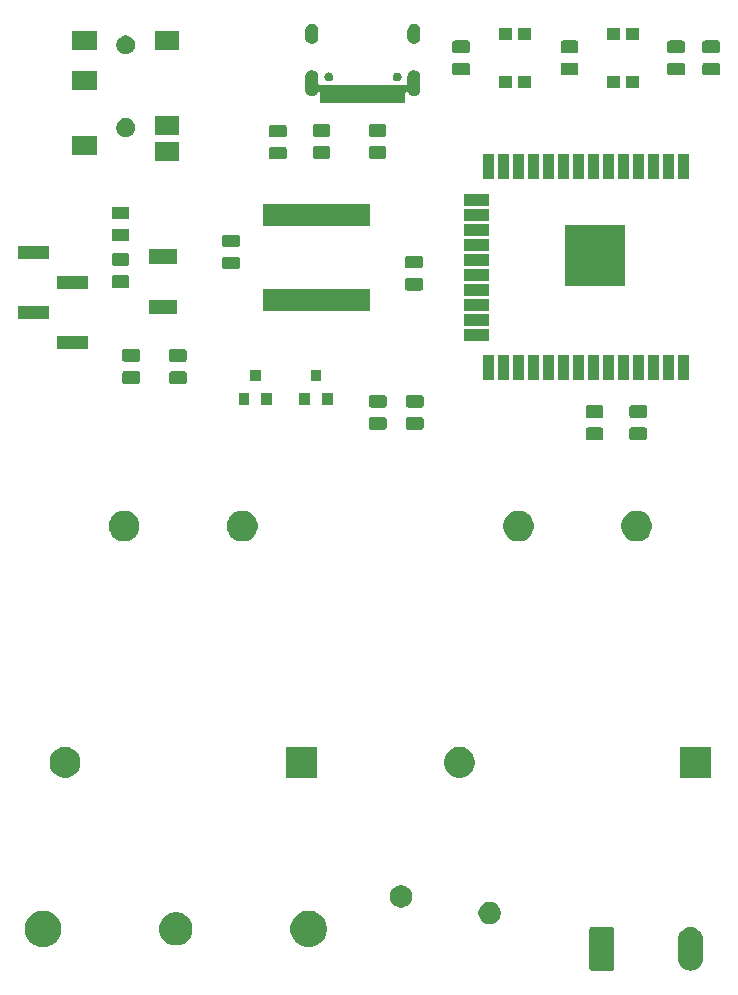
<source format=gbr>
G04 #@! TF.GenerationSoftware,KiCad,Pcbnew,(5.1.5)-3*
G04 #@! TF.CreationDate,2021-07-10T17:40:16+02:00*
G04 #@! TF.ProjectId,EnergyMonitor,456e6572-6779-44d6-9f6e-69746f722e6b,rev?*
G04 #@! TF.SameCoordinates,Original*
G04 #@! TF.FileFunction,Soldermask,Top*
G04 #@! TF.FilePolarity,Negative*
%FSLAX46Y46*%
G04 Gerber Fmt 4.6, Leading zero omitted, Abs format (unit mm)*
G04 Created by KiCad (PCBNEW (5.1.5)-3) date 2021-07-10 17:40:16*
%MOMM*%
%LPD*%
G04 APERTURE LIST*
%ADD10C,0.100000*%
G04 APERTURE END LIST*
D10*
G36*
X170758791Y-117589927D02*
G01*
X170956905Y-117650025D01*
X170956908Y-117650026D01*
X171011632Y-117679277D01*
X171139489Y-117747617D01*
X171299525Y-117878955D01*
X171430863Y-118038991D01*
X171430864Y-118038993D01*
X171528454Y-118221571D01*
X171528454Y-118221572D01*
X171528455Y-118221574D01*
X171588553Y-118419688D01*
X171603760Y-118574090D01*
X171603760Y-120277350D01*
X171588553Y-120431752D01*
X171528455Y-120629866D01*
X171528454Y-120629869D01*
X171476699Y-120726695D01*
X171430863Y-120812449D01*
X171299525Y-120972485D01*
X171139489Y-121103823D01*
X171070736Y-121140572D01*
X170956909Y-121201414D01*
X170956906Y-121201415D01*
X170758792Y-121261513D01*
X170552760Y-121281805D01*
X170346729Y-121261513D01*
X170148615Y-121201415D01*
X170148612Y-121201414D01*
X170034785Y-121140572D01*
X169966032Y-121103823D01*
X169805996Y-120972485D01*
X169674658Y-120812449D01*
X169640664Y-120748850D01*
X169577065Y-120629866D01*
X169516967Y-120431753D01*
X169501760Y-120277351D01*
X169501760Y-118574090D01*
X169511634Y-118473834D01*
X169516967Y-118419689D01*
X169577065Y-118221575D01*
X169577066Y-118221572D01*
X169616490Y-118147816D01*
X169674657Y-118038991D01*
X169805995Y-117878955D01*
X169966031Y-117747617D01*
X170093887Y-117679277D01*
X170148611Y-117650026D01*
X170148614Y-117650025D01*
X170346728Y-117589927D01*
X170552760Y-117569635D01*
X170758791Y-117589927D01*
G37*
G36*
X163967612Y-117578560D02*
G01*
X163999203Y-117588143D01*
X164028317Y-117603705D01*
X164053834Y-117624646D01*
X164074775Y-117650163D01*
X164090337Y-117679277D01*
X164099920Y-117710868D01*
X164103760Y-117749860D01*
X164103760Y-121101580D01*
X164099920Y-121140572D01*
X164090337Y-121172163D01*
X164074775Y-121201277D01*
X164053834Y-121226794D01*
X164028317Y-121247735D01*
X163999203Y-121263297D01*
X163967612Y-121272880D01*
X163928620Y-121276720D01*
X162176900Y-121276720D01*
X162137908Y-121272880D01*
X162106317Y-121263297D01*
X162077203Y-121247735D01*
X162051686Y-121226794D01*
X162030745Y-121201277D01*
X162015183Y-121172163D01*
X162005600Y-121140572D01*
X162001760Y-121101580D01*
X162001760Y-117749860D01*
X162005600Y-117710868D01*
X162015183Y-117679277D01*
X162030745Y-117650163D01*
X162051686Y-117624646D01*
X162077203Y-117603705D01*
X162106317Y-117588143D01*
X162137908Y-117578560D01*
X162176900Y-117574720D01*
X163928620Y-117574720D01*
X163967612Y-117578560D01*
G37*
G36*
X116034465Y-116217962D02*
G01*
X116184290Y-116247764D01*
X116466554Y-116364681D01*
X116720585Y-116534419D01*
X116936621Y-116750455D01*
X117106359Y-117004486D01*
X117223276Y-117286750D01*
X117282880Y-117586400D01*
X117282880Y-117891920D01*
X117223276Y-118191570D01*
X117106359Y-118473834D01*
X116936621Y-118727865D01*
X116720585Y-118943901D01*
X116466554Y-119113639D01*
X116184290Y-119230556D01*
X116034465Y-119260358D01*
X115884641Y-119290160D01*
X115579119Y-119290160D01*
X115429295Y-119260358D01*
X115279470Y-119230556D01*
X114997206Y-119113639D01*
X114743175Y-118943901D01*
X114527139Y-118727865D01*
X114357401Y-118473834D01*
X114240484Y-118191570D01*
X114180880Y-117891920D01*
X114180880Y-117586400D01*
X114240484Y-117286750D01*
X114357401Y-117004486D01*
X114527139Y-116750455D01*
X114743175Y-116534419D01*
X114997206Y-116364681D01*
X115279470Y-116247764D01*
X115429295Y-116217962D01*
X115579119Y-116188160D01*
X115884641Y-116188160D01*
X116034465Y-116217962D01*
G37*
G36*
X138534465Y-116217962D02*
G01*
X138684290Y-116247764D01*
X138966554Y-116364681D01*
X139220585Y-116534419D01*
X139436621Y-116750455D01*
X139606359Y-117004486D01*
X139723276Y-117286750D01*
X139782880Y-117586400D01*
X139782880Y-117891920D01*
X139723276Y-118191570D01*
X139606359Y-118473834D01*
X139436621Y-118727865D01*
X139220585Y-118943901D01*
X138966554Y-119113639D01*
X138684290Y-119230556D01*
X138534465Y-119260358D01*
X138384641Y-119290160D01*
X138079119Y-119290160D01*
X137929295Y-119260358D01*
X137779470Y-119230556D01*
X137497206Y-119113639D01*
X137243175Y-118943901D01*
X137027139Y-118727865D01*
X136857401Y-118473834D01*
X136740484Y-118191570D01*
X136680880Y-117891920D01*
X136680880Y-117586400D01*
X136740484Y-117286750D01*
X136857401Y-117004486D01*
X137027139Y-116750455D01*
X137243175Y-116534419D01*
X137497206Y-116364681D01*
X137779470Y-116247764D01*
X137929295Y-116217962D01*
X138079119Y-116188160D01*
X138384641Y-116188160D01*
X138534465Y-116217962D01*
G37*
G36*
X127300313Y-116374053D02*
G01*
X127390537Y-116391999D01*
X127496147Y-116435745D01*
X127645501Y-116497609D01*
X127721643Y-116548485D01*
X127874966Y-116650932D01*
X128070108Y-116846074D01*
X128172555Y-116999397D01*
X128223431Y-117075539D01*
X128247916Y-117134651D01*
X128320720Y-117310414D01*
X128329041Y-117330504D01*
X128382880Y-117601172D01*
X128382880Y-117877148D01*
X128379941Y-117891921D01*
X128329041Y-118147817D01*
X128298489Y-118221575D01*
X128223431Y-118402781D01*
X128223430Y-118402782D01*
X128070108Y-118632246D01*
X127874966Y-118827388D01*
X127721643Y-118929835D01*
X127645501Y-118980711D01*
X127496147Y-119042575D01*
X127390537Y-119086321D01*
X127300313Y-119104267D01*
X127119868Y-119140160D01*
X126843892Y-119140160D01*
X126663447Y-119104267D01*
X126573223Y-119086321D01*
X126467613Y-119042575D01*
X126318259Y-118980711D01*
X126242117Y-118929835D01*
X126088794Y-118827388D01*
X125893652Y-118632246D01*
X125740330Y-118402782D01*
X125740329Y-118402781D01*
X125665271Y-118221575D01*
X125634719Y-118147817D01*
X125583819Y-117891921D01*
X125580880Y-117877148D01*
X125580880Y-117601172D01*
X125634719Y-117330504D01*
X125643041Y-117310414D01*
X125715844Y-117134651D01*
X125740329Y-117075539D01*
X125791205Y-116999397D01*
X125893652Y-116846074D01*
X126088794Y-116650932D01*
X126242117Y-116548485D01*
X126318259Y-116497609D01*
X126467613Y-116435745D01*
X126573223Y-116391999D01*
X126663447Y-116374053D01*
X126843892Y-116338160D01*
X127119868Y-116338160D01*
X127300313Y-116374053D01*
G37*
G36*
X153827395Y-115481506D02*
G01*
X154000466Y-115553194D01*
X154000467Y-115553195D01*
X154156227Y-115657270D01*
X154288690Y-115789733D01*
X154288691Y-115789735D01*
X154392766Y-115945494D01*
X154464454Y-116118565D01*
X154501000Y-116302293D01*
X154501000Y-116489627D01*
X154464454Y-116673355D01*
X154392766Y-116846426D01*
X154392765Y-116846427D01*
X154288690Y-117002187D01*
X154156227Y-117134650D01*
X154077818Y-117187041D01*
X154000466Y-117238726D01*
X153827395Y-117310414D01*
X153643667Y-117346960D01*
X153456333Y-117346960D01*
X153272605Y-117310414D01*
X153099534Y-117238726D01*
X153022182Y-117187041D01*
X152943773Y-117134650D01*
X152811310Y-117002187D01*
X152707235Y-116846427D01*
X152707234Y-116846426D01*
X152635546Y-116673355D01*
X152599000Y-116489627D01*
X152599000Y-116302293D01*
X152635546Y-116118565D01*
X152707234Y-115945494D01*
X152811309Y-115789735D01*
X152811310Y-115789733D01*
X152943773Y-115657270D01*
X153099533Y-115553195D01*
X153099534Y-115553194D01*
X153272605Y-115481506D01*
X153456333Y-115444960D01*
X153643667Y-115444960D01*
X153827395Y-115481506D01*
G37*
G36*
X146327395Y-114081506D02*
G01*
X146500466Y-114153194D01*
X146500467Y-114153195D01*
X146656227Y-114257270D01*
X146788690Y-114389733D01*
X146788691Y-114389735D01*
X146892766Y-114545494D01*
X146964454Y-114718565D01*
X147001000Y-114902293D01*
X147001000Y-115089627D01*
X146964454Y-115273355D01*
X146892766Y-115446426D01*
X146841081Y-115523778D01*
X146788690Y-115602187D01*
X146656227Y-115734650D01*
X146577818Y-115787041D01*
X146500466Y-115838726D01*
X146327395Y-115910414D01*
X146143667Y-115946960D01*
X145956333Y-115946960D01*
X145772605Y-115910414D01*
X145599534Y-115838726D01*
X145522182Y-115787041D01*
X145443773Y-115734650D01*
X145311310Y-115602187D01*
X145258919Y-115523778D01*
X145207234Y-115446426D01*
X145135546Y-115273355D01*
X145099000Y-115089627D01*
X145099000Y-114902293D01*
X145135546Y-114718565D01*
X145207234Y-114545494D01*
X145311309Y-114389735D01*
X145311310Y-114389733D01*
X145443773Y-114257270D01*
X145599533Y-114153195D01*
X145599534Y-114153194D01*
X145772605Y-114081506D01*
X145956333Y-114044960D01*
X146143667Y-114044960D01*
X146327395Y-114081506D01*
G37*
G36*
X172301000Y-104933000D02*
G01*
X169699000Y-104933000D01*
X169699000Y-102331000D01*
X172301000Y-102331000D01*
X172301000Y-104933000D01*
G37*
G36*
X151379487Y-102380996D02*
G01*
X151616253Y-102479068D01*
X151616255Y-102479069D01*
X151829339Y-102621447D01*
X152010553Y-102802661D01*
X152152932Y-103015747D01*
X152251004Y-103252513D01*
X152301000Y-103503861D01*
X152301000Y-103760139D01*
X152251004Y-104011487D01*
X152152932Y-104248253D01*
X152152931Y-104248255D01*
X152010553Y-104461339D01*
X151829339Y-104642553D01*
X151616255Y-104784931D01*
X151616254Y-104784932D01*
X151616253Y-104784932D01*
X151379487Y-104883004D01*
X151128139Y-104933000D01*
X150871861Y-104933000D01*
X150620513Y-104883004D01*
X150383747Y-104784932D01*
X150383746Y-104784932D01*
X150383745Y-104784931D01*
X150170661Y-104642553D01*
X149989447Y-104461339D01*
X149847069Y-104248255D01*
X149847068Y-104248253D01*
X149748996Y-104011487D01*
X149699000Y-103760139D01*
X149699000Y-103503861D01*
X149748996Y-103252513D01*
X149847068Y-103015747D01*
X149989447Y-102802661D01*
X150170661Y-102621447D01*
X150383745Y-102479069D01*
X150383747Y-102479068D01*
X150620513Y-102380996D01*
X150871861Y-102331000D01*
X151128139Y-102331000D01*
X151379487Y-102380996D01*
G37*
G36*
X117979487Y-102380996D02*
G01*
X118216253Y-102479068D01*
X118216255Y-102479069D01*
X118429339Y-102621447D01*
X118610553Y-102802661D01*
X118752932Y-103015747D01*
X118851004Y-103252513D01*
X118901000Y-103503861D01*
X118901000Y-103760139D01*
X118851004Y-104011487D01*
X118752932Y-104248253D01*
X118752931Y-104248255D01*
X118610553Y-104461339D01*
X118429339Y-104642553D01*
X118216255Y-104784931D01*
X118216254Y-104784932D01*
X118216253Y-104784932D01*
X117979487Y-104883004D01*
X117728139Y-104933000D01*
X117471861Y-104933000D01*
X117220513Y-104883004D01*
X116983747Y-104784932D01*
X116983746Y-104784932D01*
X116983745Y-104784931D01*
X116770661Y-104642553D01*
X116589447Y-104461339D01*
X116447069Y-104248255D01*
X116447068Y-104248253D01*
X116348996Y-104011487D01*
X116299000Y-103760139D01*
X116299000Y-103503861D01*
X116348996Y-103252513D01*
X116447068Y-103015747D01*
X116589447Y-102802661D01*
X116770661Y-102621447D01*
X116983745Y-102479069D01*
X116983747Y-102479068D01*
X117220513Y-102380996D01*
X117471861Y-102331000D01*
X117728139Y-102331000D01*
X117979487Y-102380996D01*
G37*
G36*
X138901000Y-104933000D02*
G01*
X136299000Y-104933000D01*
X136299000Y-102331000D01*
X138901000Y-102331000D01*
X138901000Y-104933000D01*
G37*
G36*
X132979487Y-82380996D02*
G01*
X133216253Y-82479068D01*
X133216255Y-82479069D01*
X133429339Y-82621447D01*
X133610553Y-82802661D01*
X133752932Y-83015747D01*
X133851004Y-83252513D01*
X133901000Y-83503861D01*
X133901000Y-83760139D01*
X133851004Y-84011487D01*
X133752932Y-84248253D01*
X133752931Y-84248255D01*
X133610553Y-84461339D01*
X133429339Y-84642553D01*
X133216255Y-84784931D01*
X133216254Y-84784932D01*
X133216253Y-84784932D01*
X132979487Y-84883004D01*
X132728139Y-84933000D01*
X132471861Y-84933000D01*
X132220513Y-84883004D01*
X131983747Y-84784932D01*
X131983746Y-84784932D01*
X131983745Y-84784931D01*
X131770661Y-84642553D01*
X131589447Y-84461339D01*
X131447069Y-84248255D01*
X131447068Y-84248253D01*
X131348996Y-84011487D01*
X131299000Y-83760139D01*
X131299000Y-83503861D01*
X131348996Y-83252513D01*
X131447068Y-83015747D01*
X131589447Y-82802661D01*
X131770661Y-82621447D01*
X131983745Y-82479069D01*
X131983747Y-82479068D01*
X132220513Y-82380996D01*
X132471861Y-82331000D01*
X132728139Y-82331000D01*
X132979487Y-82380996D01*
G37*
G36*
X122979487Y-82380996D02*
G01*
X123216253Y-82479068D01*
X123216255Y-82479069D01*
X123429339Y-82621447D01*
X123610553Y-82802661D01*
X123752932Y-83015747D01*
X123851004Y-83252513D01*
X123901000Y-83503861D01*
X123901000Y-83760139D01*
X123851004Y-84011487D01*
X123752932Y-84248253D01*
X123752931Y-84248255D01*
X123610553Y-84461339D01*
X123429339Y-84642553D01*
X123216255Y-84784931D01*
X123216254Y-84784932D01*
X123216253Y-84784932D01*
X122979487Y-84883004D01*
X122728139Y-84933000D01*
X122471861Y-84933000D01*
X122220513Y-84883004D01*
X121983747Y-84784932D01*
X121983746Y-84784932D01*
X121983745Y-84784931D01*
X121770661Y-84642553D01*
X121589447Y-84461339D01*
X121447069Y-84248255D01*
X121447068Y-84248253D01*
X121348996Y-84011487D01*
X121299000Y-83760139D01*
X121299000Y-83503861D01*
X121348996Y-83252513D01*
X121447068Y-83015747D01*
X121589447Y-82802661D01*
X121770661Y-82621447D01*
X121983745Y-82479069D01*
X121983747Y-82479068D01*
X122220513Y-82380996D01*
X122471861Y-82331000D01*
X122728139Y-82331000D01*
X122979487Y-82380996D01*
G37*
G36*
X166379487Y-82380996D02*
G01*
X166616253Y-82479068D01*
X166616255Y-82479069D01*
X166829339Y-82621447D01*
X167010553Y-82802661D01*
X167152932Y-83015747D01*
X167251004Y-83252513D01*
X167301000Y-83503861D01*
X167301000Y-83760139D01*
X167251004Y-84011487D01*
X167152932Y-84248253D01*
X167152931Y-84248255D01*
X167010553Y-84461339D01*
X166829339Y-84642553D01*
X166616255Y-84784931D01*
X166616254Y-84784932D01*
X166616253Y-84784932D01*
X166379487Y-84883004D01*
X166128139Y-84933000D01*
X165871861Y-84933000D01*
X165620513Y-84883004D01*
X165383747Y-84784932D01*
X165383746Y-84784932D01*
X165383745Y-84784931D01*
X165170661Y-84642553D01*
X164989447Y-84461339D01*
X164847069Y-84248255D01*
X164847068Y-84248253D01*
X164748996Y-84011487D01*
X164699000Y-83760139D01*
X164699000Y-83503861D01*
X164748996Y-83252513D01*
X164847068Y-83015747D01*
X164989447Y-82802661D01*
X165170661Y-82621447D01*
X165383745Y-82479069D01*
X165383747Y-82479068D01*
X165620513Y-82380996D01*
X165871861Y-82331000D01*
X166128139Y-82331000D01*
X166379487Y-82380996D01*
G37*
G36*
X156379487Y-82380996D02*
G01*
X156616253Y-82479068D01*
X156616255Y-82479069D01*
X156829339Y-82621447D01*
X157010553Y-82802661D01*
X157152932Y-83015747D01*
X157251004Y-83252513D01*
X157301000Y-83503861D01*
X157301000Y-83760139D01*
X157251004Y-84011487D01*
X157152932Y-84248253D01*
X157152931Y-84248255D01*
X157010553Y-84461339D01*
X156829339Y-84642553D01*
X156616255Y-84784931D01*
X156616254Y-84784932D01*
X156616253Y-84784932D01*
X156379487Y-84883004D01*
X156128139Y-84933000D01*
X155871861Y-84933000D01*
X155620513Y-84883004D01*
X155383747Y-84784932D01*
X155383746Y-84784932D01*
X155383745Y-84784931D01*
X155170661Y-84642553D01*
X154989447Y-84461339D01*
X154847069Y-84248255D01*
X154847068Y-84248253D01*
X154748996Y-84011487D01*
X154699000Y-83760139D01*
X154699000Y-83503861D01*
X154748996Y-83252513D01*
X154847068Y-83015747D01*
X154989447Y-82802661D01*
X155170661Y-82621447D01*
X155383745Y-82479069D01*
X155383747Y-82479068D01*
X155620513Y-82380996D01*
X155871861Y-82331000D01*
X156128139Y-82331000D01*
X156379487Y-82380996D01*
G37*
G36*
X166715708Y-75282765D02*
G01*
X166754378Y-75294496D01*
X166790017Y-75313546D01*
X166821257Y-75339183D01*
X166846894Y-75370423D01*
X166865944Y-75406062D01*
X166877675Y-75444732D01*
X166882240Y-75491088D01*
X166882240Y-76142312D01*
X166877675Y-76188668D01*
X166865944Y-76227338D01*
X166846894Y-76262977D01*
X166821257Y-76294217D01*
X166790017Y-76319854D01*
X166754378Y-76338904D01*
X166715708Y-76350635D01*
X166669352Y-76355200D01*
X165593128Y-76355200D01*
X165546772Y-76350635D01*
X165508102Y-76338904D01*
X165472463Y-76319854D01*
X165441223Y-76294217D01*
X165415586Y-76262977D01*
X165396536Y-76227338D01*
X165384805Y-76188668D01*
X165380240Y-76142312D01*
X165380240Y-75491088D01*
X165384805Y-75444732D01*
X165396536Y-75406062D01*
X165415586Y-75370423D01*
X165441223Y-75339183D01*
X165472463Y-75313546D01*
X165508102Y-75294496D01*
X165546772Y-75282765D01*
X165593128Y-75278200D01*
X166669352Y-75278200D01*
X166715708Y-75282765D01*
G37*
G36*
X163007308Y-75282765D02*
G01*
X163045978Y-75294496D01*
X163081617Y-75313546D01*
X163112857Y-75339183D01*
X163138494Y-75370423D01*
X163157544Y-75406062D01*
X163169275Y-75444732D01*
X163173840Y-75491088D01*
X163173840Y-76142312D01*
X163169275Y-76188668D01*
X163157544Y-76227338D01*
X163138494Y-76262977D01*
X163112857Y-76294217D01*
X163081617Y-76319854D01*
X163045978Y-76338904D01*
X163007308Y-76350635D01*
X162960952Y-76355200D01*
X161884728Y-76355200D01*
X161838372Y-76350635D01*
X161799702Y-76338904D01*
X161764063Y-76319854D01*
X161732823Y-76294217D01*
X161707186Y-76262977D01*
X161688136Y-76227338D01*
X161676405Y-76188668D01*
X161671840Y-76142312D01*
X161671840Y-75491088D01*
X161676405Y-75444732D01*
X161688136Y-75406062D01*
X161707186Y-75370423D01*
X161732823Y-75339183D01*
X161764063Y-75313546D01*
X161799702Y-75294496D01*
X161838372Y-75282765D01*
X161884728Y-75278200D01*
X162960952Y-75278200D01*
X163007308Y-75282765D01*
G37*
G36*
X147787628Y-74403925D02*
G01*
X147826298Y-74415656D01*
X147861937Y-74434706D01*
X147893177Y-74460343D01*
X147918814Y-74491583D01*
X147937864Y-74527222D01*
X147949595Y-74565892D01*
X147954160Y-74612248D01*
X147954160Y-75263472D01*
X147949595Y-75309828D01*
X147937864Y-75348498D01*
X147918814Y-75384137D01*
X147893177Y-75415377D01*
X147861937Y-75441014D01*
X147826298Y-75460064D01*
X147787628Y-75471795D01*
X147741272Y-75476360D01*
X146665048Y-75476360D01*
X146618692Y-75471795D01*
X146580022Y-75460064D01*
X146544383Y-75441014D01*
X146513143Y-75415377D01*
X146487506Y-75384137D01*
X146468456Y-75348498D01*
X146456725Y-75309828D01*
X146452160Y-75263472D01*
X146452160Y-74612248D01*
X146456725Y-74565892D01*
X146468456Y-74527222D01*
X146487506Y-74491583D01*
X146513143Y-74460343D01*
X146544383Y-74434706D01*
X146580022Y-74415656D01*
X146618692Y-74403925D01*
X146665048Y-74399360D01*
X147741272Y-74399360D01*
X147787628Y-74403925D01*
G37*
G36*
X144653268Y-74403925D02*
G01*
X144691938Y-74415656D01*
X144727577Y-74434706D01*
X144758817Y-74460343D01*
X144784454Y-74491583D01*
X144803504Y-74527222D01*
X144815235Y-74565892D01*
X144819800Y-74612248D01*
X144819800Y-75263472D01*
X144815235Y-75309828D01*
X144803504Y-75348498D01*
X144784454Y-75384137D01*
X144758817Y-75415377D01*
X144727577Y-75441014D01*
X144691938Y-75460064D01*
X144653268Y-75471795D01*
X144606912Y-75476360D01*
X143530688Y-75476360D01*
X143484332Y-75471795D01*
X143445662Y-75460064D01*
X143410023Y-75441014D01*
X143378783Y-75415377D01*
X143353146Y-75384137D01*
X143334096Y-75348498D01*
X143322365Y-75309828D01*
X143317800Y-75263472D01*
X143317800Y-74612248D01*
X143322365Y-74565892D01*
X143334096Y-74527222D01*
X143353146Y-74491583D01*
X143378783Y-74460343D01*
X143410023Y-74434706D01*
X143445662Y-74415656D01*
X143484332Y-74403925D01*
X143530688Y-74399360D01*
X144606912Y-74399360D01*
X144653268Y-74403925D01*
G37*
G36*
X166715708Y-73407765D02*
G01*
X166754378Y-73419496D01*
X166790017Y-73438546D01*
X166821257Y-73464183D01*
X166846894Y-73495423D01*
X166865944Y-73531062D01*
X166877675Y-73569732D01*
X166882240Y-73616088D01*
X166882240Y-74267312D01*
X166877675Y-74313668D01*
X166865944Y-74352338D01*
X166846894Y-74387977D01*
X166821257Y-74419217D01*
X166790017Y-74444854D01*
X166754378Y-74463904D01*
X166715708Y-74475635D01*
X166669352Y-74480200D01*
X165593128Y-74480200D01*
X165546772Y-74475635D01*
X165508102Y-74463904D01*
X165472463Y-74444854D01*
X165441223Y-74419217D01*
X165415586Y-74387977D01*
X165396536Y-74352338D01*
X165384805Y-74313668D01*
X165380240Y-74267312D01*
X165380240Y-73616088D01*
X165384805Y-73569732D01*
X165396536Y-73531062D01*
X165415586Y-73495423D01*
X165441223Y-73464183D01*
X165472463Y-73438546D01*
X165508102Y-73419496D01*
X165546772Y-73407765D01*
X165593128Y-73403200D01*
X166669352Y-73403200D01*
X166715708Y-73407765D01*
G37*
G36*
X163007308Y-73407765D02*
G01*
X163045978Y-73419496D01*
X163081617Y-73438546D01*
X163112857Y-73464183D01*
X163138494Y-73495423D01*
X163157544Y-73531062D01*
X163169275Y-73569732D01*
X163173840Y-73616088D01*
X163173840Y-74267312D01*
X163169275Y-74313668D01*
X163157544Y-74352338D01*
X163138494Y-74387977D01*
X163112857Y-74419217D01*
X163081617Y-74444854D01*
X163045978Y-74463904D01*
X163007308Y-74475635D01*
X162960952Y-74480200D01*
X161884728Y-74480200D01*
X161838372Y-74475635D01*
X161799702Y-74463904D01*
X161764063Y-74444854D01*
X161732823Y-74419217D01*
X161707186Y-74387977D01*
X161688136Y-74352338D01*
X161676405Y-74313668D01*
X161671840Y-74267312D01*
X161671840Y-73616088D01*
X161676405Y-73569732D01*
X161688136Y-73531062D01*
X161707186Y-73495423D01*
X161732823Y-73464183D01*
X161764063Y-73438546D01*
X161799702Y-73419496D01*
X161838372Y-73407765D01*
X161884728Y-73403200D01*
X162960952Y-73403200D01*
X163007308Y-73407765D01*
G37*
G36*
X147787628Y-72528925D02*
G01*
X147826298Y-72540656D01*
X147861937Y-72559706D01*
X147893177Y-72585343D01*
X147918814Y-72616583D01*
X147937864Y-72652222D01*
X147949595Y-72690892D01*
X147954160Y-72737248D01*
X147954160Y-73388472D01*
X147949595Y-73434828D01*
X147937864Y-73473498D01*
X147918814Y-73509137D01*
X147893177Y-73540377D01*
X147861937Y-73566014D01*
X147826298Y-73585064D01*
X147787628Y-73596795D01*
X147741272Y-73601360D01*
X146665048Y-73601360D01*
X146618692Y-73596795D01*
X146580022Y-73585064D01*
X146544383Y-73566014D01*
X146513143Y-73540377D01*
X146487506Y-73509137D01*
X146468456Y-73473498D01*
X146456725Y-73434828D01*
X146452160Y-73388472D01*
X146452160Y-72737248D01*
X146456725Y-72690892D01*
X146468456Y-72652222D01*
X146487506Y-72616583D01*
X146513143Y-72585343D01*
X146544383Y-72559706D01*
X146580022Y-72540656D01*
X146618692Y-72528925D01*
X146665048Y-72524360D01*
X147741272Y-72524360D01*
X147787628Y-72528925D01*
G37*
G36*
X144653268Y-72528925D02*
G01*
X144691938Y-72540656D01*
X144727577Y-72559706D01*
X144758817Y-72585343D01*
X144784454Y-72616583D01*
X144803504Y-72652222D01*
X144815235Y-72690892D01*
X144819800Y-72737248D01*
X144819800Y-73388472D01*
X144815235Y-73434828D01*
X144803504Y-73473498D01*
X144784454Y-73509137D01*
X144758817Y-73540377D01*
X144727577Y-73566014D01*
X144691938Y-73585064D01*
X144653268Y-73596795D01*
X144606912Y-73601360D01*
X143530688Y-73601360D01*
X143484332Y-73596795D01*
X143445662Y-73585064D01*
X143410023Y-73566014D01*
X143378783Y-73540377D01*
X143353146Y-73509137D01*
X143334096Y-73473498D01*
X143322365Y-73434828D01*
X143317800Y-73388472D01*
X143317800Y-72737248D01*
X143322365Y-72690892D01*
X143334096Y-72652222D01*
X143353146Y-72616583D01*
X143378783Y-72585343D01*
X143410023Y-72559706D01*
X143445662Y-72540656D01*
X143484332Y-72528925D01*
X143530688Y-72524360D01*
X144606912Y-72524360D01*
X144653268Y-72528925D01*
G37*
G36*
X133211680Y-73393160D02*
G01*
X132309680Y-73393160D01*
X132309680Y-72391160D01*
X133211680Y-72391160D01*
X133211680Y-73393160D01*
G37*
G36*
X135111680Y-73393160D02*
G01*
X134209680Y-73393160D01*
X134209680Y-72391160D01*
X135111680Y-72391160D01*
X135111680Y-73393160D01*
G37*
G36*
X138347560Y-73393160D02*
G01*
X137445560Y-73393160D01*
X137445560Y-72391160D01*
X138347560Y-72391160D01*
X138347560Y-73393160D01*
G37*
G36*
X140247560Y-73393160D02*
G01*
X139345560Y-73393160D01*
X139345560Y-72391160D01*
X140247560Y-72391160D01*
X140247560Y-73393160D01*
G37*
G36*
X127721628Y-70548205D02*
G01*
X127760298Y-70559936D01*
X127795937Y-70578986D01*
X127827177Y-70604623D01*
X127852814Y-70635863D01*
X127871864Y-70671502D01*
X127883595Y-70710172D01*
X127888160Y-70756528D01*
X127888160Y-71407752D01*
X127883595Y-71454108D01*
X127871864Y-71492778D01*
X127852814Y-71528417D01*
X127827177Y-71559657D01*
X127795937Y-71585294D01*
X127760298Y-71604344D01*
X127721628Y-71616075D01*
X127675272Y-71620640D01*
X126599048Y-71620640D01*
X126552692Y-71616075D01*
X126514022Y-71604344D01*
X126478383Y-71585294D01*
X126447143Y-71559657D01*
X126421506Y-71528417D01*
X126402456Y-71492778D01*
X126390725Y-71454108D01*
X126386160Y-71407752D01*
X126386160Y-70756528D01*
X126390725Y-70710172D01*
X126402456Y-70671502D01*
X126421506Y-70635863D01*
X126447143Y-70604623D01*
X126478383Y-70578986D01*
X126514022Y-70559936D01*
X126552692Y-70548205D01*
X126599048Y-70543640D01*
X127675272Y-70543640D01*
X127721628Y-70548205D01*
G37*
G36*
X123779548Y-70514945D02*
G01*
X123818218Y-70526676D01*
X123853857Y-70545726D01*
X123885097Y-70571363D01*
X123910734Y-70602603D01*
X123929784Y-70638242D01*
X123941515Y-70676912D01*
X123946080Y-70723268D01*
X123946080Y-71374492D01*
X123941515Y-71420848D01*
X123929784Y-71459518D01*
X123910734Y-71495157D01*
X123885097Y-71526397D01*
X123853857Y-71552034D01*
X123818218Y-71571084D01*
X123779548Y-71582815D01*
X123733192Y-71587380D01*
X122656968Y-71587380D01*
X122610612Y-71582815D01*
X122571942Y-71571084D01*
X122536303Y-71552034D01*
X122505063Y-71526397D01*
X122479426Y-71495157D01*
X122460376Y-71459518D01*
X122448645Y-71420848D01*
X122444080Y-71374492D01*
X122444080Y-70723268D01*
X122448645Y-70676912D01*
X122460376Y-70638242D01*
X122479426Y-70602603D01*
X122505063Y-70571363D01*
X122536303Y-70545726D01*
X122571942Y-70526676D01*
X122610612Y-70514945D01*
X122656968Y-70510380D01*
X123733192Y-70510380D01*
X123779548Y-70514945D01*
G37*
G36*
X134161680Y-71393160D02*
G01*
X133259680Y-71393160D01*
X133259680Y-70391160D01*
X134161680Y-70391160D01*
X134161680Y-71393160D01*
G37*
G36*
X139297560Y-71393160D02*
G01*
X138395560Y-71393160D01*
X138395560Y-70391160D01*
X139297560Y-70391160D01*
X139297560Y-71393160D01*
G37*
G36*
X166652560Y-71273000D02*
G01*
X165650560Y-71273000D01*
X165650560Y-69171000D01*
X166652560Y-69171000D01*
X166652560Y-71273000D01*
G37*
G36*
X165382560Y-71273000D02*
G01*
X164380560Y-71273000D01*
X164380560Y-69171000D01*
X165382560Y-69171000D01*
X165382560Y-71273000D01*
G37*
G36*
X157762560Y-71273000D02*
G01*
X156760560Y-71273000D01*
X156760560Y-69171000D01*
X157762560Y-69171000D01*
X157762560Y-71273000D01*
G37*
G36*
X164112560Y-71273000D02*
G01*
X163110560Y-71273000D01*
X163110560Y-69171000D01*
X164112560Y-69171000D01*
X164112560Y-71273000D01*
G37*
G36*
X162842560Y-71273000D02*
G01*
X161840560Y-71273000D01*
X161840560Y-69171000D01*
X162842560Y-69171000D01*
X162842560Y-71273000D01*
G37*
G36*
X161572560Y-71273000D02*
G01*
X160570560Y-71273000D01*
X160570560Y-69171000D01*
X161572560Y-69171000D01*
X161572560Y-71273000D01*
G37*
G36*
X160302560Y-71273000D02*
G01*
X159300560Y-71273000D01*
X159300560Y-69171000D01*
X160302560Y-69171000D01*
X160302560Y-71273000D01*
G37*
G36*
X156492560Y-71273000D02*
G01*
X155490560Y-71273000D01*
X155490560Y-69171000D01*
X156492560Y-69171000D01*
X156492560Y-71273000D01*
G37*
G36*
X155222560Y-71273000D02*
G01*
X154220560Y-71273000D01*
X154220560Y-69171000D01*
X155222560Y-69171000D01*
X155222560Y-71273000D01*
G37*
G36*
X153952560Y-71273000D02*
G01*
X152950560Y-71273000D01*
X152950560Y-69171000D01*
X153952560Y-69171000D01*
X153952560Y-71273000D01*
G37*
G36*
X167922560Y-71273000D02*
G01*
X166920560Y-71273000D01*
X166920560Y-69171000D01*
X167922560Y-69171000D01*
X167922560Y-71273000D01*
G37*
G36*
X170462560Y-71273000D02*
G01*
X169460560Y-71273000D01*
X169460560Y-69171000D01*
X170462560Y-69171000D01*
X170462560Y-71273000D01*
G37*
G36*
X169192560Y-71273000D02*
G01*
X168190560Y-71273000D01*
X168190560Y-69171000D01*
X169192560Y-69171000D01*
X169192560Y-71273000D01*
G37*
G36*
X159032560Y-71273000D02*
G01*
X158030560Y-71273000D01*
X158030560Y-69171000D01*
X159032560Y-69171000D01*
X159032560Y-71273000D01*
G37*
G36*
X127721628Y-68673205D02*
G01*
X127760298Y-68684936D01*
X127795937Y-68703986D01*
X127827177Y-68729623D01*
X127852814Y-68760863D01*
X127871864Y-68796502D01*
X127883595Y-68835172D01*
X127888160Y-68881528D01*
X127888160Y-69532752D01*
X127883595Y-69579108D01*
X127871864Y-69617778D01*
X127852814Y-69653417D01*
X127827177Y-69684657D01*
X127795937Y-69710294D01*
X127760298Y-69729344D01*
X127721628Y-69741075D01*
X127675272Y-69745640D01*
X126599048Y-69745640D01*
X126552692Y-69741075D01*
X126514022Y-69729344D01*
X126478383Y-69710294D01*
X126447143Y-69684657D01*
X126421506Y-69653417D01*
X126402456Y-69617778D01*
X126390725Y-69579108D01*
X126386160Y-69532752D01*
X126386160Y-68881528D01*
X126390725Y-68835172D01*
X126402456Y-68796502D01*
X126421506Y-68760863D01*
X126447143Y-68729623D01*
X126478383Y-68703986D01*
X126514022Y-68684936D01*
X126552692Y-68673205D01*
X126599048Y-68668640D01*
X127675272Y-68668640D01*
X127721628Y-68673205D01*
G37*
G36*
X123779548Y-68639945D02*
G01*
X123818218Y-68651676D01*
X123853857Y-68670726D01*
X123885097Y-68696363D01*
X123910734Y-68727603D01*
X123929784Y-68763242D01*
X123941515Y-68801912D01*
X123946080Y-68848268D01*
X123946080Y-69499492D01*
X123941515Y-69545848D01*
X123929784Y-69584518D01*
X123910734Y-69620157D01*
X123885097Y-69651397D01*
X123853857Y-69677034D01*
X123818218Y-69696084D01*
X123779548Y-69707815D01*
X123733192Y-69712380D01*
X122656968Y-69712380D01*
X122610612Y-69707815D01*
X122571942Y-69696084D01*
X122536303Y-69677034D01*
X122505063Y-69651397D01*
X122479426Y-69620157D01*
X122460376Y-69584518D01*
X122448645Y-69545848D01*
X122444080Y-69499492D01*
X122444080Y-68848268D01*
X122448645Y-68801912D01*
X122460376Y-68763242D01*
X122479426Y-68727603D01*
X122505063Y-68696363D01*
X122536303Y-68670726D01*
X122571942Y-68651676D01*
X122610612Y-68639945D01*
X122656968Y-68635380D01*
X123733192Y-68635380D01*
X123779548Y-68639945D01*
G37*
G36*
X119552080Y-68653480D02*
G01*
X116940080Y-68653480D01*
X116940080Y-67551480D01*
X119552080Y-67551480D01*
X119552080Y-68653480D01*
G37*
G36*
X153502560Y-67938000D02*
G01*
X151400560Y-67938000D01*
X151400560Y-66936000D01*
X153502560Y-66936000D01*
X153502560Y-67938000D01*
G37*
G36*
X153502560Y-66668000D02*
G01*
X151400560Y-66668000D01*
X151400560Y-65666000D01*
X153502560Y-65666000D01*
X153502560Y-66668000D01*
G37*
G36*
X116242080Y-66113480D02*
G01*
X113630080Y-66113480D01*
X113630080Y-65011480D01*
X116242080Y-65011480D01*
X116242080Y-66113480D01*
G37*
G36*
X127083800Y-65717600D02*
G01*
X124731800Y-65717600D01*
X124731800Y-64515600D01*
X127083800Y-64515600D01*
X127083800Y-65717600D01*
G37*
G36*
X143398360Y-65404720D02*
G01*
X134396360Y-65404720D01*
X134396360Y-63552720D01*
X143398360Y-63552720D01*
X143398360Y-65404720D01*
G37*
G36*
X153502560Y-65398000D02*
G01*
X151400560Y-65398000D01*
X151400560Y-64396000D01*
X153502560Y-64396000D01*
X153502560Y-65398000D01*
G37*
G36*
X153502560Y-64128000D02*
G01*
X151400560Y-64128000D01*
X151400560Y-63126000D01*
X153502560Y-63126000D01*
X153502560Y-64128000D01*
G37*
G36*
X147716508Y-62628485D02*
G01*
X147755178Y-62640216D01*
X147790817Y-62659266D01*
X147822057Y-62684903D01*
X147847694Y-62716143D01*
X147866744Y-62751782D01*
X147878475Y-62790452D01*
X147883040Y-62836808D01*
X147883040Y-63488032D01*
X147878475Y-63534388D01*
X147866744Y-63573058D01*
X147847694Y-63608697D01*
X147822057Y-63639937D01*
X147790817Y-63665574D01*
X147755178Y-63684624D01*
X147716508Y-63696355D01*
X147670152Y-63700920D01*
X146593928Y-63700920D01*
X146547572Y-63696355D01*
X146508902Y-63684624D01*
X146473263Y-63665574D01*
X146442023Y-63639937D01*
X146416386Y-63608697D01*
X146397336Y-63573058D01*
X146385605Y-63534388D01*
X146381040Y-63488032D01*
X146381040Y-62836808D01*
X146385605Y-62790452D01*
X146397336Y-62751782D01*
X146416386Y-62716143D01*
X146442023Y-62684903D01*
X146473263Y-62659266D01*
X146508902Y-62640216D01*
X146547572Y-62628485D01*
X146593928Y-62623920D01*
X147670152Y-62623920D01*
X147716508Y-62628485D01*
G37*
G36*
X119552080Y-63573480D02*
G01*
X116940080Y-63573480D01*
X116940080Y-62471480D01*
X119552080Y-62471480D01*
X119552080Y-63573480D01*
G37*
G36*
X122885468Y-62403565D02*
G01*
X122924138Y-62415296D01*
X122959777Y-62434346D01*
X122991017Y-62459983D01*
X123016654Y-62491223D01*
X123035704Y-62526862D01*
X123047435Y-62565532D01*
X123052000Y-62611888D01*
X123052000Y-63263112D01*
X123047435Y-63309468D01*
X123035704Y-63348138D01*
X123016654Y-63383777D01*
X122991017Y-63415017D01*
X122959777Y-63440654D01*
X122924138Y-63459704D01*
X122885468Y-63471435D01*
X122839112Y-63476000D01*
X121762888Y-63476000D01*
X121716532Y-63471435D01*
X121677862Y-63459704D01*
X121642223Y-63440654D01*
X121610983Y-63415017D01*
X121585346Y-63383777D01*
X121566296Y-63348138D01*
X121554565Y-63309468D01*
X121550000Y-63263112D01*
X121550000Y-62611888D01*
X121554565Y-62565532D01*
X121566296Y-62526862D01*
X121585346Y-62491223D01*
X121610983Y-62459983D01*
X121642223Y-62434346D01*
X121677862Y-62415296D01*
X121716532Y-62403565D01*
X121762888Y-62399000D01*
X122839112Y-62399000D01*
X122885468Y-62403565D01*
G37*
G36*
X165012560Y-63273000D02*
G01*
X159910560Y-63273000D01*
X159910560Y-58171000D01*
X165012560Y-58171000D01*
X165012560Y-63273000D01*
G37*
G36*
X153502560Y-62858000D02*
G01*
X151400560Y-62858000D01*
X151400560Y-61856000D01*
X153502560Y-61856000D01*
X153502560Y-62858000D01*
G37*
G36*
X132232668Y-60840325D02*
G01*
X132271338Y-60852056D01*
X132306977Y-60871106D01*
X132338217Y-60896743D01*
X132363854Y-60927983D01*
X132382904Y-60963622D01*
X132394635Y-61002292D01*
X132399200Y-61048648D01*
X132399200Y-61699872D01*
X132394635Y-61746228D01*
X132382904Y-61784898D01*
X132363854Y-61820537D01*
X132338217Y-61851777D01*
X132306977Y-61877414D01*
X132271338Y-61896464D01*
X132232668Y-61908195D01*
X132186312Y-61912760D01*
X131110088Y-61912760D01*
X131063732Y-61908195D01*
X131025062Y-61896464D01*
X130989423Y-61877414D01*
X130958183Y-61851777D01*
X130932546Y-61820537D01*
X130913496Y-61784898D01*
X130901765Y-61746228D01*
X130897200Y-61699872D01*
X130897200Y-61048648D01*
X130901765Y-61002292D01*
X130913496Y-60963622D01*
X130932546Y-60927983D01*
X130958183Y-60896743D01*
X130989423Y-60871106D01*
X131025062Y-60852056D01*
X131063732Y-60840325D01*
X131110088Y-60835760D01*
X132186312Y-60835760D01*
X132232668Y-60840325D01*
G37*
G36*
X147716508Y-60753485D02*
G01*
X147755178Y-60765216D01*
X147790817Y-60784266D01*
X147822057Y-60809903D01*
X147847694Y-60841143D01*
X147866744Y-60876782D01*
X147878475Y-60915452D01*
X147883040Y-60961808D01*
X147883040Y-61613032D01*
X147878475Y-61659388D01*
X147866744Y-61698058D01*
X147847694Y-61733697D01*
X147822057Y-61764937D01*
X147790817Y-61790574D01*
X147755178Y-61809624D01*
X147716508Y-61821355D01*
X147670152Y-61825920D01*
X146593928Y-61825920D01*
X146547572Y-61821355D01*
X146508902Y-61809624D01*
X146473263Y-61790574D01*
X146442023Y-61764937D01*
X146416386Y-61733697D01*
X146397336Y-61698058D01*
X146385605Y-61659388D01*
X146381040Y-61613032D01*
X146381040Y-60961808D01*
X146385605Y-60915452D01*
X146397336Y-60876782D01*
X146416386Y-60841143D01*
X146442023Y-60809903D01*
X146473263Y-60784266D01*
X146508902Y-60765216D01*
X146547572Y-60753485D01*
X146593928Y-60748920D01*
X147670152Y-60748920D01*
X147716508Y-60753485D01*
G37*
G36*
X122885468Y-60528565D02*
G01*
X122924138Y-60540296D01*
X122959777Y-60559346D01*
X122991017Y-60584983D01*
X123016654Y-60616223D01*
X123035704Y-60651862D01*
X123047435Y-60690532D01*
X123052000Y-60736888D01*
X123052000Y-61388112D01*
X123047435Y-61434468D01*
X123035704Y-61473138D01*
X123016654Y-61508777D01*
X122991017Y-61540017D01*
X122959777Y-61565654D01*
X122924138Y-61584704D01*
X122885468Y-61596435D01*
X122839112Y-61601000D01*
X121762888Y-61601000D01*
X121716532Y-61596435D01*
X121677862Y-61584704D01*
X121642223Y-61565654D01*
X121610983Y-61540017D01*
X121585346Y-61508777D01*
X121566296Y-61473138D01*
X121554565Y-61434468D01*
X121550000Y-61388112D01*
X121550000Y-60736888D01*
X121554565Y-60690532D01*
X121566296Y-60651862D01*
X121585346Y-60616223D01*
X121610983Y-60584983D01*
X121642223Y-60559346D01*
X121677862Y-60540296D01*
X121716532Y-60528565D01*
X121762888Y-60524000D01*
X122839112Y-60524000D01*
X122885468Y-60528565D01*
G37*
G36*
X153502560Y-61588000D02*
G01*
X151400560Y-61588000D01*
X151400560Y-60586000D01*
X153502560Y-60586000D01*
X153502560Y-61588000D01*
G37*
G36*
X127083800Y-61417600D02*
G01*
X124731800Y-61417600D01*
X124731800Y-60215600D01*
X127083800Y-60215600D01*
X127083800Y-61417600D01*
G37*
G36*
X116242080Y-61033480D02*
G01*
X113630080Y-61033480D01*
X113630080Y-59931480D01*
X116242080Y-59931480D01*
X116242080Y-61033480D01*
G37*
G36*
X153502560Y-60318000D02*
G01*
X151400560Y-60318000D01*
X151400560Y-59316000D01*
X153502560Y-59316000D01*
X153502560Y-60318000D01*
G37*
G36*
X132232668Y-58965325D02*
G01*
X132271338Y-58977056D01*
X132306977Y-58996106D01*
X132338217Y-59021743D01*
X132363854Y-59052983D01*
X132382904Y-59088622D01*
X132394635Y-59127292D01*
X132399200Y-59173648D01*
X132399200Y-59824872D01*
X132394635Y-59871228D01*
X132382904Y-59909898D01*
X132363854Y-59945537D01*
X132338217Y-59976777D01*
X132306977Y-60002414D01*
X132271338Y-60021464D01*
X132232668Y-60033195D01*
X132186312Y-60037760D01*
X131110088Y-60037760D01*
X131063732Y-60033195D01*
X131025062Y-60021464D01*
X130989423Y-60002414D01*
X130958183Y-59976777D01*
X130932546Y-59945537D01*
X130913496Y-59909898D01*
X130901765Y-59871228D01*
X130897200Y-59824872D01*
X130897200Y-59173648D01*
X130901765Y-59127292D01*
X130913496Y-59088622D01*
X130932546Y-59052983D01*
X130958183Y-59021743D01*
X130989423Y-58996106D01*
X131025062Y-58977056D01*
X131063732Y-58965325D01*
X131110088Y-58960760D01*
X132186312Y-58960760D01*
X132232668Y-58965325D01*
G37*
G36*
X122885468Y-58467965D02*
G01*
X122924138Y-58479696D01*
X122959777Y-58498746D01*
X122991017Y-58524383D01*
X123016654Y-58555623D01*
X123035704Y-58591262D01*
X123047435Y-58629932D01*
X123052000Y-58676288D01*
X123052000Y-59327512D01*
X123047435Y-59373868D01*
X123035704Y-59412538D01*
X123016654Y-59448177D01*
X122991017Y-59479417D01*
X122959777Y-59505054D01*
X122924138Y-59524104D01*
X122885468Y-59535835D01*
X122839112Y-59540400D01*
X121762888Y-59540400D01*
X121716532Y-59535835D01*
X121677862Y-59524104D01*
X121642223Y-59505054D01*
X121610983Y-59479417D01*
X121585346Y-59448177D01*
X121566296Y-59412538D01*
X121554565Y-59373868D01*
X121550000Y-59327512D01*
X121550000Y-58676288D01*
X121554565Y-58629932D01*
X121566296Y-58591262D01*
X121585346Y-58555623D01*
X121610983Y-58524383D01*
X121642223Y-58498746D01*
X121677862Y-58479696D01*
X121716532Y-58467965D01*
X121762888Y-58463400D01*
X122839112Y-58463400D01*
X122885468Y-58467965D01*
G37*
G36*
X153502560Y-59048000D02*
G01*
X151400560Y-59048000D01*
X151400560Y-58046000D01*
X153502560Y-58046000D01*
X153502560Y-59048000D01*
G37*
G36*
X143398360Y-58204720D02*
G01*
X134396360Y-58204720D01*
X134396360Y-56352720D01*
X143398360Y-56352720D01*
X143398360Y-58204720D01*
G37*
G36*
X153502560Y-57778000D02*
G01*
X151400560Y-57778000D01*
X151400560Y-56776000D01*
X153502560Y-56776000D01*
X153502560Y-57778000D01*
G37*
G36*
X122885468Y-56592965D02*
G01*
X122924138Y-56604696D01*
X122959777Y-56623746D01*
X122991017Y-56649383D01*
X123016654Y-56680623D01*
X123035704Y-56716262D01*
X123047435Y-56754932D01*
X123052000Y-56801288D01*
X123052000Y-57452512D01*
X123047435Y-57498868D01*
X123035704Y-57537538D01*
X123016654Y-57573177D01*
X122991017Y-57604417D01*
X122959777Y-57630054D01*
X122924138Y-57649104D01*
X122885468Y-57660835D01*
X122839112Y-57665400D01*
X121762888Y-57665400D01*
X121716532Y-57660835D01*
X121677862Y-57649104D01*
X121642223Y-57630054D01*
X121610983Y-57604417D01*
X121585346Y-57573177D01*
X121566296Y-57537538D01*
X121554565Y-57498868D01*
X121550000Y-57452512D01*
X121550000Y-56801288D01*
X121554565Y-56754932D01*
X121566296Y-56716262D01*
X121585346Y-56680623D01*
X121610983Y-56649383D01*
X121642223Y-56623746D01*
X121677862Y-56604696D01*
X121716532Y-56592965D01*
X121762888Y-56588400D01*
X122839112Y-56588400D01*
X122885468Y-56592965D01*
G37*
G36*
X153502560Y-56508000D02*
G01*
X151400560Y-56508000D01*
X151400560Y-55506000D01*
X153502560Y-55506000D01*
X153502560Y-56508000D01*
G37*
G36*
X166652560Y-54273000D02*
G01*
X165650560Y-54273000D01*
X165650560Y-52171000D01*
X166652560Y-52171000D01*
X166652560Y-54273000D01*
G37*
G36*
X167922560Y-54273000D02*
G01*
X166920560Y-54273000D01*
X166920560Y-52171000D01*
X167922560Y-52171000D01*
X167922560Y-54273000D01*
G37*
G36*
X169192560Y-54273000D02*
G01*
X168190560Y-54273000D01*
X168190560Y-52171000D01*
X169192560Y-52171000D01*
X169192560Y-54273000D01*
G37*
G36*
X170462560Y-54273000D02*
G01*
X169460560Y-54273000D01*
X169460560Y-52171000D01*
X170462560Y-52171000D01*
X170462560Y-54273000D01*
G37*
G36*
X155222560Y-54273000D02*
G01*
X154220560Y-54273000D01*
X154220560Y-52171000D01*
X155222560Y-52171000D01*
X155222560Y-54273000D01*
G37*
G36*
X153952560Y-54273000D02*
G01*
X152950560Y-54273000D01*
X152950560Y-52171000D01*
X153952560Y-52171000D01*
X153952560Y-54273000D01*
G37*
G36*
X156492560Y-54273000D02*
G01*
X155490560Y-54273000D01*
X155490560Y-52171000D01*
X156492560Y-52171000D01*
X156492560Y-54273000D01*
G37*
G36*
X165382560Y-54273000D02*
G01*
X164380560Y-54273000D01*
X164380560Y-52171000D01*
X165382560Y-52171000D01*
X165382560Y-54273000D01*
G37*
G36*
X164112560Y-54273000D02*
G01*
X163110560Y-54273000D01*
X163110560Y-52171000D01*
X164112560Y-52171000D01*
X164112560Y-54273000D01*
G37*
G36*
X157762560Y-54273000D02*
G01*
X156760560Y-54273000D01*
X156760560Y-52171000D01*
X157762560Y-52171000D01*
X157762560Y-54273000D01*
G37*
G36*
X162842560Y-54273000D02*
G01*
X161840560Y-54273000D01*
X161840560Y-52171000D01*
X162842560Y-52171000D01*
X162842560Y-54273000D01*
G37*
G36*
X159032560Y-54273000D02*
G01*
X158030560Y-54273000D01*
X158030560Y-52171000D01*
X159032560Y-52171000D01*
X159032560Y-54273000D01*
G37*
G36*
X160302560Y-54273000D02*
G01*
X159300560Y-54273000D01*
X159300560Y-52171000D01*
X160302560Y-52171000D01*
X160302560Y-54273000D01*
G37*
G36*
X161572560Y-54273000D02*
G01*
X160570560Y-54273000D01*
X160570560Y-52171000D01*
X161572560Y-52171000D01*
X161572560Y-54273000D01*
G37*
G36*
X127278720Y-52699280D02*
G01*
X125176720Y-52699280D01*
X125176720Y-51097280D01*
X127278720Y-51097280D01*
X127278720Y-52699280D01*
G37*
G36*
X136195068Y-51523605D02*
G01*
X136233738Y-51535336D01*
X136269377Y-51554386D01*
X136300617Y-51580023D01*
X136326254Y-51611263D01*
X136345304Y-51646902D01*
X136357035Y-51685572D01*
X136361600Y-51731928D01*
X136361600Y-52383152D01*
X136357035Y-52429508D01*
X136345304Y-52468178D01*
X136326254Y-52503817D01*
X136300617Y-52535057D01*
X136269377Y-52560694D01*
X136233738Y-52579744D01*
X136195068Y-52591475D01*
X136148712Y-52596040D01*
X135072488Y-52596040D01*
X135026132Y-52591475D01*
X134987462Y-52579744D01*
X134951823Y-52560694D01*
X134920583Y-52535057D01*
X134894946Y-52503817D01*
X134875896Y-52468178D01*
X134864165Y-52429508D01*
X134859600Y-52383152D01*
X134859600Y-51731928D01*
X134864165Y-51685572D01*
X134875896Y-51646902D01*
X134894946Y-51611263D01*
X134920583Y-51580023D01*
X134951823Y-51554386D01*
X134987462Y-51535336D01*
X135026132Y-51523605D01*
X135072488Y-51519040D01*
X136148712Y-51519040D01*
X136195068Y-51523605D01*
G37*
G36*
X139898388Y-51469605D02*
G01*
X139937058Y-51481336D01*
X139972697Y-51500386D01*
X140003937Y-51526023D01*
X140029574Y-51557263D01*
X140048624Y-51592902D01*
X140060355Y-51631572D01*
X140064920Y-51677928D01*
X140064920Y-52329152D01*
X140060355Y-52375508D01*
X140048624Y-52414178D01*
X140029574Y-52449817D01*
X140003937Y-52481057D01*
X139972697Y-52506694D01*
X139937058Y-52525744D01*
X139898388Y-52537475D01*
X139852032Y-52542040D01*
X138775808Y-52542040D01*
X138729452Y-52537475D01*
X138690782Y-52525744D01*
X138655143Y-52506694D01*
X138623903Y-52481057D01*
X138598266Y-52449817D01*
X138579216Y-52414178D01*
X138567485Y-52375508D01*
X138562920Y-52329152D01*
X138562920Y-51677928D01*
X138567485Y-51631572D01*
X138579216Y-51592902D01*
X138598266Y-51557263D01*
X138623903Y-51526023D01*
X138655143Y-51500386D01*
X138690782Y-51481336D01*
X138729452Y-51469605D01*
X138775808Y-51465040D01*
X139852032Y-51465040D01*
X139898388Y-51469605D01*
G37*
G36*
X144648188Y-51467725D02*
G01*
X144686858Y-51479456D01*
X144722497Y-51498506D01*
X144753737Y-51524143D01*
X144779374Y-51555383D01*
X144798424Y-51591022D01*
X144810155Y-51629692D01*
X144814720Y-51676048D01*
X144814720Y-52327272D01*
X144810155Y-52373628D01*
X144798424Y-52412298D01*
X144779374Y-52447937D01*
X144753737Y-52479177D01*
X144722497Y-52504814D01*
X144686858Y-52523864D01*
X144648188Y-52535595D01*
X144601832Y-52540160D01*
X143525608Y-52540160D01*
X143479252Y-52535595D01*
X143440582Y-52523864D01*
X143404943Y-52504814D01*
X143373703Y-52479177D01*
X143348066Y-52447937D01*
X143329016Y-52412298D01*
X143317285Y-52373628D01*
X143312720Y-52327272D01*
X143312720Y-51676048D01*
X143317285Y-51629692D01*
X143329016Y-51591022D01*
X143348066Y-51555383D01*
X143373703Y-51524143D01*
X143404943Y-51498506D01*
X143440582Y-51479456D01*
X143479252Y-51467725D01*
X143525608Y-51463160D01*
X144601832Y-51463160D01*
X144648188Y-51467725D01*
G37*
G36*
X120278720Y-52199280D02*
G01*
X118176720Y-52199280D01*
X118176720Y-50597280D01*
X120278720Y-50597280D01*
X120278720Y-52199280D01*
G37*
G36*
X136195068Y-49648605D02*
G01*
X136233738Y-49660336D01*
X136269377Y-49679386D01*
X136300617Y-49705023D01*
X136326254Y-49736263D01*
X136345304Y-49771902D01*
X136357035Y-49810572D01*
X136361600Y-49856928D01*
X136361600Y-50508152D01*
X136357035Y-50554508D01*
X136345304Y-50593178D01*
X136326254Y-50628817D01*
X136300617Y-50660057D01*
X136269377Y-50685694D01*
X136233738Y-50704744D01*
X136195068Y-50716475D01*
X136148712Y-50721040D01*
X135072488Y-50721040D01*
X135026132Y-50716475D01*
X134987462Y-50704744D01*
X134951823Y-50685694D01*
X134920583Y-50660057D01*
X134894946Y-50628817D01*
X134875896Y-50593178D01*
X134864165Y-50554508D01*
X134859600Y-50508152D01*
X134859600Y-49856928D01*
X134864165Y-49810572D01*
X134875896Y-49771902D01*
X134894946Y-49736263D01*
X134920583Y-49705023D01*
X134951823Y-49679386D01*
X134987462Y-49660336D01*
X135026132Y-49648605D01*
X135072488Y-49644040D01*
X136148712Y-49644040D01*
X136195068Y-49648605D01*
G37*
G36*
X122961362Y-49128061D02*
G01*
X123107134Y-49188442D01*
X123107136Y-49188443D01*
X123238328Y-49276102D01*
X123349898Y-49387672D01*
X123437557Y-49518864D01*
X123437558Y-49518866D01*
X123497939Y-49664638D01*
X123528720Y-49819387D01*
X123528720Y-49977173D01*
X123497939Y-50131922D01*
X123437558Y-50277694D01*
X123437557Y-50277696D01*
X123349898Y-50408888D01*
X123238328Y-50520458D01*
X123107136Y-50608117D01*
X123107135Y-50608118D01*
X123107134Y-50608118D01*
X122961362Y-50668499D01*
X122806613Y-50699280D01*
X122648827Y-50699280D01*
X122494078Y-50668499D01*
X122348306Y-50608118D01*
X122348305Y-50608118D01*
X122348304Y-50608117D01*
X122217112Y-50520458D01*
X122105542Y-50408888D01*
X122017883Y-50277696D01*
X122017882Y-50277694D01*
X121957501Y-50131922D01*
X121926720Y-49977173D01*
X121926720Y-49819387D01*
X121957501Y-49664638D01*
X122017882Y-49518866D01*
X122017883Y-49518864D01*
X122105542Y-49387672D01*
X122217112Y-49276102D01*
X122348304Y-49188443D01*
X122348306Y-49188442D01*
X122494078Y-49128061D01*
X122648827Y-49097280D01*
X122806613Y-49097280D01*
X122961362Y-49128061D01*
G37*
G36*
X139898388Y-49594605D02*
G01*
X139937058Y-49606336D01*
X139972697Y-49625386D01*
X140003937Y-49651023D01*
X140029574Y-49682263D01*
X140048624Y-49717902D01*
X140060355Y-49756572D01*
X140064920Y-49802928D01*
X140064920Y-50454152D01*
X140060355Y-50500508D01*
X140048624Y-50539178D01*
X140029574Y-50574817D01*
X140003937Y-50606057D01*
X139972697Y-50631694D01*
X139937058Y-50650744D01*
X139898388Y-50662475D01*
X139852032Y-50667040D01*
X138775808Y-50667040D01*
X138729452Y-50662475D01*
X138690782Y-50650744D01*
X138655143Y-50631694D01*
X138623903Y-50606057D01*
X138598266Y-50574817D01*
X138579216Y-50539178D01*
X138567485Y-50500508D01*
X138562920Y-50454152D01*
X138562920Y-49802928D01*
X138567485Y-49756572D01*
X138579216Y-49717902D01*
X138598266Y-49682263D01*
X138623903Y-49651023D01*
X138655143Y-49625386D01*
X138690782Y-49606336D01*
X138729452Y-49594605D01*
X138775808Y-49590040D01*
X139852032Y-49590040D01*
X139898388Y-49594605D01*
G37*
G36*
X144648188Y-49592725D02*
G01*
X144686858Y-49604456D01*
X144722497Y-49623506D01*
X144753737Y-49649143D01*
X144779374Y-49680383D01*
X144798424Y-49716022D01*
X144810155Y-49754692D01*
X144814720Y-49801048D01*
X144814720Y-50452272D01*
X144810155Y-50498628D01*
X144798424Y-50537298D01*
X144779374Y-50572937D01*
X144753737Y-50604177D01*
X144722497Y-50629814D01*
X144686858Y-50648864D01*
X144648188Y-50660595D01*
X144601832Y-50665160D01*
X143525608Y-50665160D01*
X143479252Y-50660595D01*
X143440582Y-50648864D01*
X143404943Y-50629814D01*
X143373703Y-50604177D01*
X143348066Y-50572937D01*
X143329016Y-50537298D01*
X143317285Y-50498628D01*
X143312720Y-50452272D01*
X143312720Y-49801048D01*
X143317285Y-49754692D01*
X143329016Y-49716022D01*
X143348066Y-49680383D01*
X143373703Y-49649143D01*
X143404943Y-49623506D01*
X143440582Y-49604456D01*
X143479252Y-49592725D01*
X143525608Y-49588160D01*
X144601832Y-49588160D01*
X144648188Y-49592725D01*
G37*
G36*
X127278720Y-50499280D02*
G01*
X125176720Y-50499280D01*
X125176720Y-48897280D01*
X127278720Y-48897280D01*
X127278720Y-50499280D01*
G37*
G36*
X147247135Y-45036973D02*
G01*
X147350999Y-45068479D01*
X147378175Y-45083005D01*
X147446720Y-45119643D01*
X147530621Y-45188499D01*
X147599477Y-45272400D01*
X147618474Y-45307942D01*
X147650641Y-45368121D01*
X147682147Y-45471985D01*
X147690120Y-45552933D01*
X147690120Y-46707067D01*
X147682147Y-46788015D01*
X147650641Y-46891879D01*
X147599476Y-46987600D01*
X147530621Y-47071501D01*
X147461765Y-47128009D01*
X147446719Y-47140357D01*
X147395027Y-47167987D01*
X147350998Y-47191521D01*
X147247134Y-47223027D01*
X147139120Y-47233666D01*
X147031105Y-47223027D01*
X146927241Y-47191521D01*
X146883213Y-47167987D01*
X146831521Y-47140357D01*
X146818763Y-47129887D01*
X146747619Y-47071501D01*
X146678764Y-46987600D01*
X146655354Y-46943804D01*
X146641745Y-46923436D01*
X146624418Y-46906109D01*
X146604044Y-46892495D01*
X146581405Y-46883118D01*
X146557372Y-46878337D01*
X146532868Y-46878337D01*
X146508834Y-46883117D01*
X146486196Y-46892494D01*
X146465821Y-46906108D01*
X146448494Y-46923435D01*
X146434880Y-46943809D01*
X146425503Y-46966448D01*
X146420722Y-46990481D01*
X146420120Y-47002734D01*
X146420120Y-47821000D01*
X139218120Y-47821000D01*
X139218120Y-47002735D01*
X139215718Y-46978349D01*
X139208605Y-46954900D01*
X139197054Y-46933289D01*
X139181509Y-46914347D01*
X139162567Y-46898802D01*
X139140956Y-46887251D01*
X139117507Y-46880138D01*
X139093121Y-46877736D01*
X139068735Y-46880138D01*
X139045286Y-46887251D01*
X139023675Y-46898802D01*
X139004733Y-46914347D01*
X138989188Y-46933289D01*
X138982887Y-46943802D01*
X138976955Y-46954900D01*
X138959476Y-46987601D01*
X138928439Y-47025419D01*
X138890621Y-47071501D01*
X138821765Y-47128009D01*
X138806719Y-47140357D01*
X138755027Y-47167987D01*
X138710998Y-47191521D01*
X138607134Y-47223027D01*
X138499120Y-47233666D01*
X138391105Y-47223027D01*
X138287241Y-47191521D01*
X138243213Y-47167987D01*
X138191521Y-47140357D01*
X138178763Y-47129887D01*
X138107619Y-47071501D01*
X138038764Y-46987600D01*
X137987599Y-46891878D01*
X137956093Y-46788014D01*
X137948120Y-46707066D01*
X137948121Y-45552933D01*
X137956094Y-45471985D01*
X137987600Y-45368121D01*
X138019767Y-45307942D01*
X138038764Y-45272400D01*
X138107620Y-45188499D01*
X138191521Y-45119643D01*
X138260066Y-45083005D01*
X138287242Y-45068479D01*
X138391106Y-45036973D01*
X138499120Y-45026334D01*
X138607135Y-45036973D01*
X138710999Y-45068479D01*
X138738175Y-45083005D01*
X138806720Y-45119643D01*
X138890621Y-45188499D01*
X138959477Y-45272400D01*
X138978474Y-45307942D01*
X139010641Y-45368121D01*
X139042147Y-45471985D01*
X139050120Y-45552933D01*
X139050120Y-46144001D01*
X139052522Y-46168387D01*
X139059635Y-46191836D01*
X139071186Y-46213447D01*
X139086731Y-46232389D01*
X139105673Y-46247934D01*
X139127284Y-46259485D01*
X139150733Y-46266598D01*
X139175119Y-46269000D01*
X146463121Y-46269000D01*
X146487507Y-46266598D01*
X146510956Y-46259485D01*
X146532567Y-46247934D01*
X146551509Y-46232389D01*
X146567054Y-46213447D01*
X146578605Y-46191836D01*
X146585718Y-46168387D01*
X146588120Y-46144001D01*
X146588121Y-45552939D01*
X146588121Y-45552933D01*
X146596094Y-45471985D01*
X146627600Y-45368121D01*
X146659767Y-45307942D01*
X146678764Y-45272400D01*
X146747620Y-45188499D01*
X146831521Y-45119643D01*
X146900066Y-45083005D01*
X146927242Y-45068479D01*
X147031106Y-45036973D01*
X147139120Y-45026334D01*
X147247135Y-45036973D01*
G37*
G36*
X120278720Y-46699280D02*
G01*
X118176720Y-46699280D01*
X118176720Y-45097280D01*
X120278720Y-45097280D01*
X120278720Y-46699280D01*
G37*
G36*
X157017440Y-46551000D02*
G01*
X155915440Y-46551000D01*
X155915440Y-45549000D01*
X157017440Y-45549000D01*
X157017440Y-46551000D01*
G37*
G36*
X166181760Y-46551000D02*
G01*
X165079760Y-46551000D01*
X165079760Y-45549000D01*
X166181760Y-45549000D01*
X166181760Y-46551000D01*
G37*
G36*
X164581760Y-46551000D02*
G01*
X163479760Y-46551000D01*
X163479760Y-45549000D01*
X164581760Y-45549000D01*
X164581760Y-46551000D01*
G37*
G36*
X155417440Y-46551000D02*
G01*
X154315440Y-46551000D01*
X154315440Y-45549000D01*
X155417440Y-45549000D01*
X155417440Y-46551000D01*
G37*
G36*
X140038792Y-45238449D02*
G01*
X140038794Y-45238450D01*
X140038795Y-45238450D01*
X140107223Y-45266793D01*
X140168806Y-45307942D01*
X140221178Y-45360314D01*
X140262327Y-45421897D01*
X140290670Y-45490325D01*
X140305120Y-45562967D01*
X140305120Y-45637033D01*
X140290670Y-45709675D01*
X140262327Y-45778103D01*
X140221178Y-45839686D01*
X140168806Y-45892058D01*
X140107223Y-45933207D01*
X140038795Y-45961550D01*
X140038794Y-45961550D01*
X140038792Y-45961551D01*
X139966154Y-45976000D01*
X139892086Y-45976000D01*
X139819448Y-45961551D01*
X139819446Y-45961550D01*
X139819445Y-45961550D01*
X139751017Y-45933207D01*
X139689434Y-45892058D01*
X139637062Y-45839686D01*
X139595913Y-45778103D01*
X139567570Y-45709675D01*
X139553120Y-45637033D01*
X139553120Y-45562967D01*
X139567570Y-45490325D01*
X139595913Y-45421897D01*
X139637062Y-45360314D01*
X139689434Y-45307942D01*
X139751017Y-45266793D01*
X139819445Y-45238450D01*
X139819446Y-45238450D01*
X139819448Y-45238449D01*
X139892086Y-45224000D01*
X139966154Y-45224000D01*
X140038792Y-45238449D01*
G37*
G36*
X145818792Y-45238449D02*
G01*
X145818794Y-45238450D01*
X145818795Y-45238450D01*
X145887223Y-45266793D01*
X145948806Y-45307942D01*
X146001178Y-45360314D01*
X146042327Y-45421897D01*
X146070670Y-45490325D01*
X146085120Y-45562967D01*
X146085120Y-45637033D01*
X146070670Y-45709675D01*
X146042327Y-45778103D01*
X146001178Y-45839686D01*
X145948806Y-45892058D01*
X145887223Y-45933207D01*
X145818795Y-45961550D01*
X145818794Y-45961550D01*
X145818792Y-45961551D01*
X145746154Y-45976000D01*
X145672086Y-45976000D01*
X145599448Y-45961551D01*
X145599446Y-45961550D01*
X145599445Y-45961550D01*
X145531017Y-45933207D01*
X145469434Y-45892058D01*
X145417062Y-45839686D01*
X145375913Y-45778103D01*
X145347570Y-45709675D01*
X145333120Y-45637033D01*
X145333120Y-45562967D01*
X145347570Y-45490325D01*
X145375913Y-45421897D01*
X145417062Y-45360314D01*
X145469434Y-45307942D01*
X145531017Y-45266793D01*
X145599445Y-45238450D01*
X145599446Y-45238450D01*
X145599448Y-45238449D01*
X145672086Y-45224000D01*
X145746154Y-45224000D01*
X145818792Y-45238449D01*
G37*
G36*
X169921188Y-44403565D02*
G01*
X169959858Y-44415296D01*
X169995497Y-44434346D01*
X170026737Y-44459983D01*
X170052374Y-44491223D01*
X170071424Y-44526862D01*
X170083155Y-44565532D01*
X170087720Y-44611888D01*
X170087720Y-45263112D01*
X170083155Y-45309468D01*
X170071424Y-45348138D01*
X170052374Y-45383777D01*
X170026737Y-45415017D01*
X169995497Y-45440654D01*
X169959858Y-45459704D01*
X169921188Y-45471435D01*
X169874832Y-45476000D01*
X168798608Y-45476000D01*
X168752252Y-45471435D01*
X168713582Y-45459704D01*
X168677943Y-45440654D01*
X168646703Y-45415017D01*
X168621066Y-45383777D01*
X168602016Y-45348138D01*
X168590285Y-45309468D01*
X168585720Y-45263112D01*
X168585720Y-44611888D01*
X168590285Y-44565532D01*
X168602016Y-44526862D01*
X168621066Y-44491223D01*
X168646703Y-44459983D01*
X168677943Y-44434346D01*
X168713582Y-44415296D01*
X168752252Y-44403565D01*
X168798608Y-44399000D01*
X169874832Y-44399000D01*
X169921188Y-44403565D01*
G37*
G36*
X151719548Y-44403565D02*
G01*
X151758218Y-44415296D01*
X151793857Y-44434346D01*
X151825097Y-44459983D01*
X151850734Y-44491223D01*
X151869784Y-44526862D01*
X151881515Y-44565532D01*
X151886080Y-44611888D01*
X151886080Y-45263112D01*
X151881515Y-45309468D01*
X151869784Y-45348138D01*
X151850734Y-45383777D01*
X151825097Y-45415017D01*
X151793857Y-45440654D01*
X151758218Y-45459704D01*
X151719548Y-45471435D01*
X151673192Y-45476000D01*
X150596968Y-45476000D01*
X150550612Y-45471435D01*
X150511942Y-45459704D01*
X150476303Y-45440654D01*
X150445063Y-45415017D01*
X150419426Y-45383777D01*
X150400376Y-45348138D01*
X150388645Y-45309468D01*
X150384080Y-45263112D01*
X150384080Y-44611888D01*
X150388645Y-44565532D01*
X150400376Y-44526862D01*
X150419426Y-44491223D01*
X150445063Y-44459983D01*
X150476303Y-44434346D01*
X150511942Y-44415296D01*
X150550612Y-44403565D01*
X150596968Y-44399000D01*
X151673192Y-44399000D01*
X151719548Y-44403565D01*
G37*
G36*
X160899108Y-44403565D02*
G01*
X160937778Y-44415296D01*
X160973417Y-44434346D01*
X161004657Y-44459983D01*
X161030294Y-44491223D01*
X161049344Y-44526862D01*
X161061075Y-44565532D01*
X161065640Y-44611888D01*
X161065640Y-45263112D01*
X161061075Y-45309468D01*
X161049344Y-45348138D01*
X161030294Y-45383777D01*
X161004657Y-45415017D01*
X160973417Y-45440654D01*
X160937778Y-45459704D01*
X160899108Y-45471435D01*
X160852752Y-45476000D01*
X159776528Y-45476000D01*
X159730172Y-45471435D01*
X159691502Y-45459704D01*
X159655863Y-45440654D01*
X159624623Y-45415017D01*
X159598986Y-45383777D01*
X159579936Y-45348138D01*
X159568205Y-45309468D01*
X159563640Y-45263112D01*
X159563640Y-44611888D01*
X159568205Y-44565532D01*
X159579936Y-44526862D01*
X159598986Y-44491223D01*
X159624623Y-44459983D01*
X159655863Y-44434346D01*
X159691502Y-44415296D01*
X159730172Y-44403565D01*
X159776528Y-44399000D01*
X160852752Y-44399000D01*
X160899108Y-44403565D01*
G37*
G36*
X172892988Y-44403565D02*
G01*
X172931658Y-44415296D01*
X172967297Y-44434346D01*
X172998537Y-44459983D01*
X173024174Y-44491223D01*
X173043224Y-44526862D01*
X173054955Y-44565532D01*
X173059520Y-44611888D01*
X173059520Y-45263112D01*
X173054955Y-45309468D01*
X173043224Y-45348138D01*
X173024174Y-45383777D01*
X172998537Y-45415017D01*
X172967297Y-45440654D01*
X172931658Y-45459704D01*
X172892988Y-45471435D01*
X172846632Y-45476000D01*
X171770408Y-45476000D01*
X171724052Y-45471435D01*
X171685382Y-45459704D01*
X171649743Y-45440654D01*
X171618503Y-45415017D01*
X171592866Y-45383777D01*
X171573816Y-45348138D01*
X171562085Y-45309468D01*
X171557520Y-45263112D01*
X171557520Y-44611888D01*
X171562085Y-44565532D01*
X171573816Y-44526862D01*
X171592866Y-44491223D01*
X171618503Y-44459983D01*
X171649743Y-44434346D01*
X171685382Y-44415296D01*
X171724052Y-44403565D01*
X171770408Y-44399000D01*
X172846632Y-44399000D01*
X172892988Y-44403565D01*
G37*
G36*
X122961362Y-42128061D02*
G01*
X123107134Y-42188442D01*
X123107136Y-42188443D01*
X123238328Y-42276102D01*
X123349898Y-42387672D01*
X123392212Y-42451000D01*
X123437558Y-42518866D01*
X123497939Y-42664638D01*
X123528720Y-42819387D01*
X123528720Y-42977173D01*
X123497939Y-43131922D01*
X123437558Y-43277694D01*
X123437557Y-43277696D01*
X123349898Y-43408888D01*
X123238328Y-43520458D01*
X123107136Y-43608117D01*
X123107135Y-43608118D01*
X123107134Y-43608118D01*
X122961362Y-43668499D01*
X122806613Y-43699280D01*
X122648827Y-43699280D01*
X122494078Y-43668499D01*
X122348306Y-43608118D01*
X122348305Y-43608118D01*
X122348304Y-43608117D01*
X122217112Y-43520458D01*
X122105542Y-43408888D01*
X122017883Y-43277696D01*
X122017882Y-43277694D01*
X121957501Y-43131922D01*
X121926720Y-42977173D01*
X121926720Y-42819387D01*
X121957501Y-42664638D01*
X122017882Y-42518866D01*
X122063228Y-42451000D01*
X122105542Y-42387672D01*
X122217112Y-42276102D01*
X122348304Y-42188443D01*
X122348306Y-42188442D01*
X122494078Y-42128061D01*
X122648827Y-42097280D01*
X122806613Y-42097280D01*
X122961362Y-42128061D01*
G37*
G36*
X151719548Y-42528565D02*
G01*
X151758218Y-42540296D01*
X151793857Y-42559346D01*
X151825097Y-42584983D01*
X151850734Y-42616223D01*
X151869784Y-42651862D01*
X151881515Y-42690532D01*
X151886080Y-42736888D01*
X151886080Y-43388112D01*
X151881515Y-43434468D01*
X151869784Y-43473138D01*
X151850734Y-43508777D01*
X151825097Y-43540017D01*
X151793857Y-43565654D01*
X151758218Y-43584704D01*
X151719548Y-43596435D01*
X151673192Y-43601000D01*
X150596968Y-43601000D01*
X150550612Y-43596435D01*
X150511942Y-43584704D01*
X150476303Y-43565654D01*
X150445063Y-43540017D01*
X150419426Y-43508777D01*
X150400376Y-43473138D01*
X150388645Y-43434468D01*
X150384080Y-43388112D01*
X150384080Y-42736888D01*
X150388645Y-42690532D01*
X150400376Y-42651862D01*
X150419426Y-42616223D01*
X150445063Y-42584983D01*
X150476303Y-42559346D01*
X150511942Y-42540296D01*
X150550612Y-42528565D01*
X150596968Y-42524000D01*
X151673192Y-42524000D01*
X151719548Y-42528565D01*
G37*
G36*
X160899108Y-42528565D02*
G01*
X160937778Y-42540296D01*
X160973417Y-42559346D01*
X161004657Y-42584983D01*
X161030294Y-42616223D01*
X161049344Y-42651862D01*
X161061075Y-42690532D01*
X161065640Y-42736888D01*
X161065640Y-43388112D01*
X161061075Y-43434468D01*
X161049344Y-43473138D01*
X161030294Y-43508777D01*
X161004657Y-43540017D01*
X160973417Y-43565654D01*
X160937778Y-43584704D01*
X160899108Y-43596435D01*
X160852752Y-43601000D01*
X159776528Y-43601000D01*
X159730172Y-43596435D01*
X159691502Y-43584704D01*
X159655863Y-43565654D01*
X159624623Y-43540017D01*
X159598986Y-43508777D01*
X159579936Y-43473138D01*
X159568205Y-43434468D01*
X159563640Y-43388112D01*
X159563640Y-42736888D01*
X159568205Y-42690532D01*
X159579936Y-42651862D01*
X159598986Y-42616223D01*
X159624623Y-42584983D01*
X159655863Y-42559346D01*
X159691502Y-42540296D01*
X159730172Y-42528565D01*
X159776528Y-42524000D01*
X160852752Y-42524000D01*
X160899108Y-42528565D01*
G37*
G36*
X169921188Y-42528565D02*
G01*
X169959858Y-42540296D01*
X169995497Y-42559346D01*
X170026737Y-42584983D01*
X170052374Y-42616223D01*
X170071424Y-42651862D01*
X170083155Y-42690532D01*
X170087720Y-42736888D01*
X170087720Y-43388112D01*
X170083155Y-43434468D01*
X170071424Y-43473138D01*
X170052374Y-43508777D01*
X170026737Y-43540017D01*
X169995497Y-43565654D01*
X169959858Y-43584704D01*
X169921188Y-43596435D01*
X169874832Y-43601000D01*
X168798608Y-43601000D01*
X168752252Y-43596435D01*
X168713582Y-43584704D01*
X168677943Y-43565654D01*
X168646703Y-43540017D01*
X168621066Y-43508777D01*
X168602016Y-43473138D01*
X168590285Y-43434468D01*
X168585720Y-43388112D01*
X168585720Y-42736888D01*
X168590285Y-42690532D01*
X168602016Y-42651862D01*
X168621066Y-42616223D01*
X168646703Y-42584983D01*
X168677943Y-42559346D01*
X168713582Y-42540296D01*
X168752252Y-42528565D01*
X168798608Y-42524000D01*
X169874832Y-42524000D01*
X169921188Y-42528565D01*
G37*
G36*
X172892988Y-42528565D02*
G01*
X172931658Y-42540296D01*
X172967297Y-42559346D01*
X172998537Y-42584983D01*
X173024174Y-42616223D01*
X173043224Y-42651862D01*
X173054955Y-42690532D01*
X173059520Y-42736888D01*
X173059520Y-43388112D01*
X173054955Y-43434468D01*
X173043224Y-43473138D01*
X173024174Y-43508777D01*
X172998537Y-43540017D01*
X172967297Y-43565654D01*
X172931658Y-43584704D01*
X172892988Y-43596435D01*
X172846632Y-43601000D01*
X171770408Y-43601000D01*
X171724052Y-43596435D01*
X171685382Y-43584704D01*
X171649743Y-43565654D01*
X171618503Y-43540017D01*
X171592866Y-43508777D01*
X171573816Y-43473138D01*
X171562085Y-43434468D01*
X171557520Y-43388112D01*
X171557520Y-42736888D01*
X171562085Y-42690532D01*
X171573816Y-42651862D01*
X171592866Y-42616223D01*
X171618503Y-42584983D01*
X171649743Y-42559346D01*
X171685382Y-42540296D01*
X171724052Y-42528565D01*
X171770408Y-42524000D01*
X172846632Y-42524000D01*
X172892988Y-42528565D01*
G37*
G36*
X120278720Y-43299280D02*
G01*
X118176720Y-43299280D01*
X118176720Y-41697280D01*
X120278720Y-41697280D01*
X120278720Y-43299280D01*
G37*
G36*
X127278720Y-43299280D02*
G01*
X125176720Y-43299280D01*
X125176720Y-41697280D01*
X127278720Y-41697280D01*
X127278720Y-43299280D01*
G37*
G36*
X138607135Y-41106973D02*
G01*
X138710999Y-41138479D01*
X138738175Y-41153005D01*
X138806720Y-41189643D01*
X138890621Y-41258499D01*
X138959477Y-41342400D01*
X138996115Y-41410945D01*
X139010641Y-41438121D01*
X139042147Y-41541985D01*
X139050120Y-41622933D01*
X139050120Y-42277067D01*
X139042147Y-42358015D01*
X139010641Y-42461879D01*
X139010639Y-42461882D01*
X138968726Y-42540296D01*
X138959476Y-42557600D01*
X138890621Y-42641501D01*
X138862429Y-42664637D01*
X138806719Y-42710357D01*
X138757083Y-42736888D01*
X138710998Y-42761521D01*
X138607134Y-42793027D01*
X138499120Y-42803666D01*
X138391105Y-42793027D01*
X138287241Y-42761521D01*
X138241157Y-42736888D01*
X138191521Y-42710357D01*
X138166974Y-42690212D01*
X138107619Y-42641501D01*
X138038764Y-42557600D01*
X138029515Y-42540296D01*
X138011133Y-42505907D01*
X137987599Y-42461878D01*
X137956093Y-42358014D01*
X137948120Y-42277066D01*
X137948120Y-41622933D01*
X137956093Y-41541985D01*
X137987600Y-41438121D01*
X137987602Y-41438118D01*
X138038765Y-41342399D01*
X138107620Y-41258499D01*
X138191521Y-41189643D01*
X138260066Y-41153005D01*
X138287242Y-41138479D01*
X138391106Y-41106973D01*
X138499120Y-41096334D01*
X138607135Y-41106973D01*
G37*
G36*
X147247135Y-41106973D02*
G01*
X147350999Y-41138479D01*
X147378175Y-41153005D01*
X147446720Y-41189643D01*
X147530621Y-41258499D01*
X147599477Y-41342400D01*
X147636115Y-41410945D01*
X147650641Y-41438121D01*
X147682147Y-41541985D01*
X147690120Y-41622933D01*
X147690120Y-42277067D01*
X147682147Y-42358015D01*
X147650641Y-42461879D01*
X147650639Y-42461882D01*
X147608726Y-42540296D01*
X147599476Y-42557600D01*
X147530621Y-42641501D01*
X147502429Y-42664637D01*
X147446719Y-42710357D01*
X147397083Y-42736888D01*
X147350998Y-42761521D01*
X147247134Y-42793027D01*
X147139120Y-42803666D01*
X147031105Y-42793027D01*
X146927241Y-42761521D01*
X146881157Y-42736888D01*
X146831521Y-42710357D01*
X146806974Y-42690212D01*
X146747619Y-42641501D01*
X146678764Y-42557600D01*
X146669515Y-42540296D01*
X146651133Y-42505907D01*
X146627599Y-42461878D01*
X146596093Y-42358014D01*
X146588120Y-42277066D01*
X146588120Y-41622933D01*
X146596093Y-41541985D01*
X146627600Y-41438121D01*
X146627602Y-41438118D01*
X146678765Y-41342399D01*
X146747620Y-41258499D01*
X146831521Y-41189643D01*
X146900066Y-41153005D01*
X146927242Y-41138479D01*
X147031106Y-41106973D01*
X147139120Y-41096334D01*
X147247135Y-41106973D01*
G37*
G36*
X157017440Y-42451000D02*
G01*
X155915440Y-42451000D01*
X155915440Y-41449000D01*
X157017440Y-41449000D01*
X157017440Y-42451000D01*
G37*
G36*
X155417440Y-42451000D02*
G01*
X154315440Y-42451000D01*
X154315440Y-41449000D01*
X155417440Y-41449000D01*
X155417440Y-42451000D01*
G37*
G36*
X164581760Y-42451000D02*
G01*
X163479760Y-42451000D01*
X163479760Y-41449000D01*
X164581760Y-41449000D01*
X164581760Y-42451000D01*
G37*
G36*
X166181760Y-42451000D02*
G01*
X165079760Y-42451000D01*
X165079760Y-41449000D01*
X166181760Y-41449000D01*
X166181760Y-42451000D01*
G37*
M02*

</source>
